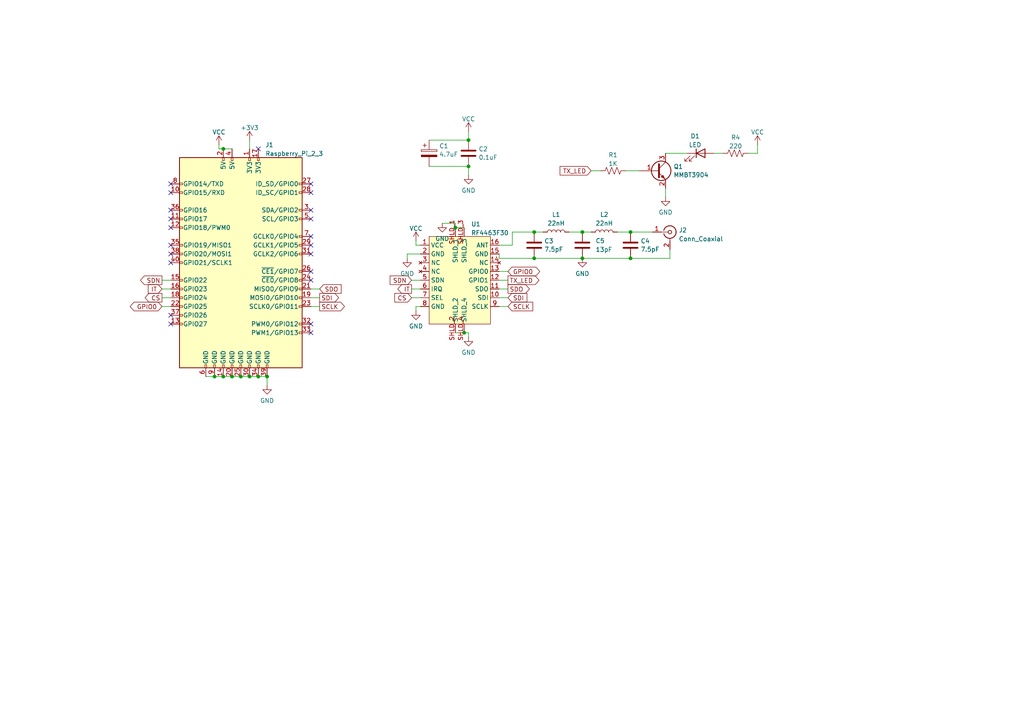
<source format=kicad_sch>
(kicad_sch (version 20230121) (generator eeschema)
  (paper "A4")
  (title_block (date "2023-12-18") (comment 1 "LPF added by HB9EGM"))
  (lib_symbols
    (symbol "Connector:Conn_Coaxial" (pin_names (offset 1.016) hide)
      (property "Reference" "J" (at 0.254 3.048 0))
      (property "Value" "Conn_Coaxial" (at 2.921 0 90))
      (symbol "Conn_Coaxial_0_1"
        (arc (start -1.778 -0.508) (mid 0.2311 -1.8066) (end 1.778 0) (stroke (width 0.254)))
        (polyline (pts (xy -2.54 0) (xy -0.508 0)))
        (polyline (pts (xy 0 -2.54) (xy 0 -1.778)))
        (circle (center 0 0) (radius 0.508) (stroke (width 0.2032)))
        (arc (start 1.778 0) (mid 0.2099 1.8101) (end -1.778 0.508) (stroke (width 0.254)))
      )
      (symbol "Conn_Coaxial_1_1"
        (pin passive line (at -5.08 0 0) (length 2.54) (name "In") (number "1"))
        (pin passive line (at 0 -5.08 90) (length 2.54) (name "Ext") (number "2"))
      )
    )
    (symbol "Connector:Raspberry_Pi_2_3" (pin_names (offset 1.016))
      (property "Reference" "J" (at -17.78 31.75 0))
      (property "Value" "Raspberry_Pi_2_3" (at 10.16 -31.75 0))
      (symbol "Raspberry_Pi_2_3_0_1"
        (rectangle (start -17.78 30.48) (end 17.78 -30.48) (stroke (width 0.254)) (fill (type background)))
      )
      (symbol "Raspberry_Pi_2_3_1_1"
        (rectangle (start -16.891 -17.526) (end -17.78 -18.034))
        (rectangle (start -16.891 -14.986) (end -17.78 -15.494))
        (rectangle (start -16.891 -12.446) (end -17.78 -12.954))
        (rectangle (start -16.891 -9.906) (end -17.78 -10.414))
        (rectangle (start -16.891 -7.366) (end -17.78 -7.874))
        (rectangle (start -16.891 -4.826) (end -17.78 -5.334))
        (rectangle (start -16.891 0.254) (end -17.78 -0.254))
        (rectangle (start -16.891 2.794) (end -17.78 2.286))
        (rectangle (start -16.891 5.334) (end -17.78 4.826))
        (rectangle (start -16.891 10.414) (end -17.78 9.906))
        (rectangle (start -16.891 12.954) (end -17.78 12.446))
        (rectangle (start -16.891 15.494) (end -17.78 14.986))
        (rectangle (start -16.891 20.574) (end -17.78 20.066))
        (rectangle (start -16.891 23.114) (end -17.78 22.606))
        (rectangle (start -10.414 -29.591) (end -9.906 -30.48))
        (rectangle (start -7.874 -29.591) (end -7.366 -30.48))
        (rectangle (start -5.334 -29.591) (end -4.826 -30.48))
        (rectangle (start -5.334 30.48) (end -4.826 29.591))
        (rectangle (start -2.794 -29.591) (end -2.286 -30.48))
        (rectangle (start -2.794 30.48) (end -2.286 29.591))
        (rectangle (start -0.254 -29.591) (end 0.254 -30.48))
        (rectangle (start 2.286 -29.591) (end 2.794 -30.48))
        (rectangle (start 2.286 30.48) (end 2.794 29.591))
        (rectangle (start 4.826 -29.591) (end 5.334 -30.48))
        (rectangle (start 4.826 30.48) (end 5.334 29.591))
        (rectangle (start 7.366 -29.591) (end 7.874 -30.48))
        (rectangle (start 17.78 -20.066) (end 16.891 -20.574))
        (rectangle (start 17.78 -17.526) (end 16.891 -18.034))
        (rectangle (start 17.78 -12.446) (end 16.891 -12.954))
        (rectangle (start 17.78 -9.906) (end 16.891 -10.414))
        (rectangle (start 17.78 -7.366) (end 16.891 -7.874))
        (rectangle (start 17.78 -4.826) (end 16.891 -5.334))
        (rectangle (start 17.78 -2.286) (end 16.891 -2.794))
        (rectangle (start 17.78 2.794) (end 16.891 2.286))
        (rectangle (start 17.78 5.334) (end 16.891 4.826))
        (rectangle (start 17.78 7.874) (end 16.891 7.366))
        (rectangle (start 17.78 12.954) (end 16.891 12.446))
        (rectangle (start 17.78 15.494) (end 16.891 14.986))
        (rectangle (start 17.78 20.574) (end 16.891 20.066))
        (rectangle (start 17.78 23.114) (end 16.891 22.606))
        (pin power_in line (at 2.54 33.02 270) (length 2.54) (name "3V3") (number "1"))
        (pin bidirectional line (at -20.32 20.32 0) (length 2.54) (name "GPIO15/RXD") (number "10"))
        (pin bidirectional line (at -20.32 12.7 0) (length 2.54) (name "GPIO17") (number "11"))
        (pin bidirectional line (at -20.32 10.16 0) (length 2.54) (name "GPIO18/PWM0") (number "12"))
        (pin bidirectional line (at -20.32 -17.78 0) (length 2.54) (name "GPIO27") (number "13"))
        (pin power_in line (at -5.08 -33.02 90) (length 2.54) (name "GND") (number "14"))
        (pin bidirectional line (at -20.32 -5.08 0) (length 2.54) (name "GPIO22") (number "15"))
        (pin bidirectional line (at -20.32 -7.62 0) (length 2.54) (name "GPIO23") (number "16"))
        (pin power_in line (at 5.08 33.02 270) (length 2.54) (name "3V3") (number "17"))
        (pin bidirectional line (at -20.32 -10.16 0) (length 2.54) (name "GPIO24") (number "18"))
        (pin bidirectional line (at 20.32 -10.16 180) (length 2.54) (name "MOSI0/GPIO10") (number "19"))
        (pin power_in line (at -5.08 33.02 270) (length 2.54) (name "5V") (number "2"))
        (pin power_in line (at -2.54 -33.02 90) (length 2.54) (name "GND") (number "20"))
        (pin bidirectional line (at 20.32 -7.62 180) (length 2.54) (name "MISO0/GPIO9") (number "21"))
        (pin bidirectional line (at -20.32 -12.7 0) (length 2.54) (name "GPIO25") (number "22"))
        (pin bidirectional line (at 20.32 -12.7 180) (length 2.54) (name "SCLK0/GPIO11") (number "23"))
        (pin bidirectional line (at 20.32 -5.08 180) (length 2.54) (name "~{CE0}/GPIO8") (number "24"))
        (pin power_in line (at 0 -33.02 90) (length 2.54) (name "GND") (number "25"))
        (pin bidirectional line (at 20.32 -2.54 180) (length 2.54) (name "~{CE1}/GPIO7") (number "26"))
        (pin bidirectional line (at 20.32 22.86 180) (length 2.54) (name "ID_SD/GPIO0") (number "27"))
        (pin bidirectional line (at 20.32 20.32 180) (length 2.54) (name "ID_SC/GPIO1") (number "28"))
        (pin bidirectional line (at 20.32 5.08 180) (length 2.54) (name "GCLK1/GPIO5") (number "29"))
        (pin bidirectional line (at 20.32 15.24 180) (length 2.54) (name "SDA/GPIO2") (number "3"))
        (pin power_in line (at 2.54 -33.02 90) (length 2.54) (name "GND") (number "30"))
        (pin bidirectional line (at 20.32 2.54 180) (length 2.54) (name "GCLK2/GPIO6") (number "31"))
        (pin bidirectional line (at 20.32 -17.78 180) (length 2.54) (name "PWM0/GPIO12") (number "32"))
        (pin bidirectional line (at 20.32 -20.32 180) (length 2.54) (name "PWM1/GPIO13") (number "33"))
        (pin power_in line (at 5.08 -33.02 90) (length 2.54) (name "GND") (number "34"))
        (pin bidirectional line (at -20.32 5.08 0) (length 2.54) (name "GPIO19/MISO1") (number "35"))
        (pin bidirectional line (at -20.32 15.24 0) (length 2.54) (name "GPIO16") (number "36"))
        (pin bidirectional line (at -20.32 -15.24 0) (length 2.54) (name "GPIO26") (number "37"))
        (pin bidirectional line (at -20.32 2.54 0) (length 2.54) (name "GPIO20/MOSI1") (number "38"))
        (pin power_in line (at 7.62 -33.02 90) (length 2.54) (name "GND") (number "39"))
        (pin power_in line (at -2.54 33.02 270) (length 2.54) (name "5V") (number "4"))
        (pin bidirectional line (at -20.32 0 0) (length 2.54) (name "GPIO21/SCLK1") (number "40"))
        (pin bidirectional line (at 20.32 12.7 180) (length 2.54) (name "SCL/GPIO3") (number "5"))
        (pin power_in line (at -10.16 -33.02 90) (length 2.54) (name "GND") (number "6"))
        (pin bidirectional line (at 20.32 7.62 180) (length 2.54) (name "GCLK0/GPIO4") (number "7"))
        (pin bidirectional line (at -20.32 22.86 0) (length 2.54) (name "GPIO14/TXD") (number "8"))
        (pin power_in line (at -7.62 -33.02 90) (length 2.54) (name "GND") (number "9"))
      )
    )
    (symbol "Device:C" (pin_numbers hide) (pin_names (offset 0.254))
      (property "Reference" "C" (at 0.635 2.54 0))
      (property "Value" "C" (at 0.635 -2.54 0))
      (symbol "C_0_1"
        (polyline (pts (xy -2.032 -0.762) (xy 2.032 -0.762)) (stroke (width 0.508)))
        (polyline (pts (xy -2.032 0.762) (xy 2.032 0.762)) (stroke (width 0.508)))
      )
      (symbol "C_1_1"
        (pin passive line (at 0 3.81 270) (length 2.794) (name "~") (number "1"))
        (pin passive line (at 0 -3.81 90) (length 2.794) (name "~") (number "2"))
      )
    )
    (symbol "Device:C_Polarized" (pin_numbers hide) (pin_names (offset 0.254))
      (property "Reference" "C" (at 0.635 2.54 0))
      (property "Value" "C_Polarized" (at 0.635 -2.54 0))
      (symbol "C_Polarized_0_1"
        (rectangle (start -2.286 0.508) (end 2.286 1.016))
        (polyline (pts (xy -1.778 2.286) (xy -0.762 2.286)))
        (polyline (pts (xy -1.27 2.794) (xy -1.27 1.778)))
        (rectangle (start 2.286 -0.508) (end -2.286 -1.016) (fill (type outline)))
      )
      (symbol "C_Polarized_1_1"
        (pin passive line (at 0 3.81 270) (length 2.794) (name "~") (number "1"))
        (pin passive line (at 0 -3.81 90) (length 2.794) (name "~") (number "2"))
      )
    )
    (symbol "Device:L" (pin_numbers hide) (pin_names (offset 1.016) hide)
      (property "Reference" "L" (at -1.27 0 90))
      (property "Value" "L" (at 1.905 0 90))
      (symbol "L_0_1"
        (arc (start 0 -2.54) (mid 0.6323 -1.905) (end 0 -1.27))
        (arc (start 0 -1.27) (mid 0.6323 -0.635) (end 0 0))
        (arc (start 0 0) (mid 0.6323 0.635) (end 0 1.27))
        (arc (start 0 1.27) (mid 0.6323 1.905) (end 0 2.54))
      )
      (symbol "L_1_1"
        (pin passive line (at 0 3.81 270) (length 1.27) (name "1") (number "1"))
        (pin passive line (at 0 -3.81 90) (length 1.27) (name "2") (number "2"))
      )
    )
    (symbol "Device:LED" (pin_numbers hide) (pin_names (offset 1.016) hide)
      (property "Reference" "D" (at 0 2.54 0))
      (property "Value" "LED" (at 0 -2.54 0))
      (symbol "LED_0_1"
        (polyline (pts (xy -1.27 -1.27) (xy -1.27 1.27)) (stroke (width 0.254)))
        (polyline (pts (xy -1.27 0) (xy 1.27 0)))
        (polyline (pts (xy 1.27 -1.27) (xy 1.27 1.27) (xy -1.27 0) (xy 1.27 -1.27)) (stroke (width 0.254)))
        (polyline (pts (xy -3.048 -0.762) (xy -4.572 -2.286) (xy -3.81 -2.286) (xy -4.572 -2.286) (xy -4.572 -1.524)))
        (polyline (pts (xy -1.778 -0.762) (xy -3.302 -2.286) (xy -2.54 -2.286) (xy -3.302 -2.286) (xy -3.302 -1.524)))
      )
      (symbol "LED_1_1"
        (pin passive line (at -3.81 0 0) (length 2.54) (name "K") (number "1"))
        (pin passive line (at 3.81 0 180) (length 2.54) (name "A") (number "2"))
      )
    )
    (symbol "Device:R_US" (pin_numbers hide) (pin_names (offset 0))
      (property "Reference" "R" (at 2.54 0 90))
      (property "Value" "R_US" (at -2.54 0 90))
      (symbol "R_US_0_1"
        (polyline (pts (xy 0 -2.286) (xy 0 -2.54)))
        (polyline (pts (xy 0 2.286) (xy 0 2.54)))
        (polyline (pts (xy 0 -0.762) (xy 1.016 -1.143) (xy 0 -1.524) (xy -1.016 -1.905) (xy 0 -2.286)))
        (polyline (pts (xy 0 0.762) (xy 1.016 0.381) (xy 0 0) (xy -1.016 -0.381) (xy 0 -0.762)))
        (polyline (pts (xy 0 2.286) (xy 1.016 1.905) (xy 0 1.524) (xy -1.016 1.143) (xy 0 0.762)))
      )
      (symbol "R_US_1_1"
        (pin passive line (at 0 3.81 270) (length 1.27) (name "~") (number "1"))
        (pin passive line (at 0 -3.81 90) (length 1.27) (name "~") (number "2"))
      )
    )
    (symbol "Transistor_BJT:MMBT3904" (pin_names (offset 0) hide)
      (property "Reference" "Q" (at 5.08 1.905 0))
      (property "Value" "MMBT3904" (at 5.08 0 0))
      (symbol "MMBT3904_0_1"
        (polyline (pts (xy 0.635 0.635) (xy 2.54 2.54)))
        (polyline (pts (xy 0.635 -0.635) (xy 2.54 -2.54) (xy 2.54 -2.54)))
        (polyline (pts (xy 0.635 1.905) (xy 0.635 -1.905) (xy 0.635 -1.905)) (stroke (width 0.508)))
        (polyline (pts (xy 1.27 -1.778) (xy 1.778 -1.27) (xy 2.286 -2.286) (xy 1.27 -1.778) (xy 1.27 -1.778)) (fill (type outline)))
        (circle (center 1.27 0) (radius 2.8194) (stroke (width 0.254)))
      )
      (symbol "MMBT3904_1_1"
        (pin input line (at -5.08 0 0) (length 5.715) (name "B") (number "1"))
        (pin passive line (at 2.54 -5.08 90) (length 2.54) (name "E") (number "2"))
        (pin passive line (at 2.54 5.08 270) (length 2.54) (name "C") (number "3"))
      )
    )
    (symbol "power:+3V3" (power) (pin_names (offset 0))
      (property "Value" "+3V3" (at 0 3.556 0))
      (symbol "+3V3_0_1"
        (polyline (pts (xy -0.762 1.27) (xy 0 2.54)))
        (polyline (pts (xy 0 0) (xy 0 2.54)))
        (polyline (pts (xy 0 2.54) (xy 0.762 1.27)))
      )
      (symbol "+3V3_1_1"
        (pin power_in line (at 0 0 90) (length 0) hide (name "+3V3") (number "1"))
      )
    )
    (symbol "power:GND" (power) (pin_names (offset 0))
      (property "Value" "GND" (at 0 -3.81 0))
      (symbol "GND_0_1"
        (polyline (pts (xy 0 0) (xy 0 -1.27) (xy 1.27 -1.27) (xy 0 -2.54) (xy -1.27 -1.27) (xy 0 -1.27)))
      )
      (symbol "GND_1_1"
        (pin power_in line (at 0 0 270) (length 0) hide (name "GND") (number "1"))
      )
    )
    (symbol "power:VCC" (power) (pin_names (offset 0))
      (property "Value" "VCC" (at 0 3.81 0))
      (symbol "VCC_0_1"
        (polyline (pts (xy -0.762 1.27) (xy 0 2.54)))
        (polyline (pts (xy 0 0) (xy 0 2.54)))
        (polyline (pts (xy 0 2.54) (xy 0.762 1.27)))
      )
      (symbol "VCC_1_1"
        (pin power_in line (at 0 0 90) (length 0) hide (name "VCC") (number "1"))
      )
    )
    (symbol "scd31:RF4463F30"
      (property "Reference" "U" (at -6.35 16.51 0))
      (property "Value" "RF4463F30" (at 10.16 16.51 0))
      (symbol "RF4463F30_0_1"
        (rectangle (start -7.62 15.24) (end 10.16 -10.16) (fill (type background)))
      )
      (symbol "RF4463F30_1_1"
        (pin power_in line (at -10.16 12.7 0) (length 2.54) (name "VCC") (number "1"))
        (pin input line (at 12.7 -2.54 180) (length 2.54) (name "SDI") (number "10"))
        (pin output line (at 12.7 0 180) (length 2.54) (name "SDO") (number "11"))
        (pin bidirectional line (at 12.7 2.54 180) (length 2.54) (name "GPIO1") (number "12"))
        (pin bidirectional line (at 12.7 5.08 180) (length 2.54) (name "GPIO0") (number "13"))
        (pin no_connect line (at 12.7 7.62 180) (length 2.54) (name "NC") (number "14"))
        (pin power_in line (at 12.7 10.16 180) (length 2.54) (name "GND") (number "15"))
        (pin output line (at 12.7 12.7 180) (length 2.54) (name "ANT") (number "16"))
        (pin power_in line (at -10.16 10.16 0) (length 2.54) (name "GND") (number "2"))
        (pin no_connect line (at -10.16 7.62 0) (length 2.54) (name "NC") (number "3"))
        (pin no_connect line (at -10.16 5.08 0) (length 2.54) (name "NC") (number "4"))
        (pin input line (at -10.16 2.54 0) (length 2.54) (name "SDN") (number "5"))
        (pin output line (at -10.16 0 0) (length 2.54) (name "IRQ") (number "6"))
        (pin input line (at -10.16 -2.54 0) (length 2.54) (name "SEL") (number "7"))
        (pin power_in line (at -10.16 -5.08 0) (length 2.54) (name "GND") (number "8"))
        (pin input line (at 12.7 -5.08 180) (length 2.54) (name "SCLK") (number "9"))
        (pin power_in line (at 0 17.78 270) (length 2.54) (name "SHLD_1") (number "SHLD_1"))
        (pin power_in line (at 0 -12.7 90) (length 2.54) (name "SHLD_2") (number "SHLD_2"))
        (pin power_in line (at 2.54 17.78 270) (length 2.54) (name "SHLD_3") (number "SHLD_3"))
        (pin power_in line (at 2.54 -12.7 90) (length 2.54) (name "SHLD_4") (number "SHLD_4"))
      )
    )
  )
  (junction (at 168.91 67.31))
  (junction (at 182.88 67.31))
  (junction (at 182.88 74.93))
  (junction (at 69.85 109.22))
  (junction (at 135.89 48.26))
  (junction (at 74.93 109.22))
  (junction (at 134.62 96.52))
  (junction (at 67.31 109.22))
  (junction (at 132.08 66.04))
  (junction (at 168.91 74.93))
  (junction (at 154.94 67.31))
  (junction (at 154.94 74.93))
  (junction (at 72.39 109.22))
  (junction (at 64.77 109.22))
  (junction (at 62.23 109.22))
  (junction (at 64.77 43.18))
  (junction (at 135.89 40.64))
  (junction (at 77.47 109.22))
  (no_connect (at 49.53 71.12))
  (no_connect (at 90.17 96.52))
  (no_connect (at 90.17 60.96))
  (no_connect (at 90.17 53.34))
  (no_connect (at 49.53 91.44))
  (no_connect (at 90.17 78.74))
  (no_connect (at 49.53 76.2))
  (no_connect (at 90.17 81.28))
  (no_connect (at 90.17 93.98))
  (no_connect (at 49.53 55.88))
  (no_connect (at 90.17 73.66))
  (no_connect (at 90.17 71.12))
  (no_connect (at 49.53 53.34))
  (no_connect (at 49.53 60.96))
  (no_connect (at 49.53 63.5))
  (no_connect (at 90.17 68.58))
  (no_connect (at 49.53 66.04))
  (no_connect (at 49.53 73.66))
  (no_connect (at 49.53 93.98))
  (no_connect (at 90.17 63.5))
  (no_connect (at 74.93 43.18))
  (no_connect (at 90.17 55.88))
  (wire (pts (xy 59.69 109.22) (xy 62.23 109.22)))
  (wire (pts (xy 46.99 81.28) (xy 49.53 81.28)))
  (wire (pts (xy 90.17 86.36) (xy 92.71 86.36)))
  (wire (pts (xy 77.47 109.22) (xy 77.47 111.76)))
  (wire (pts (xy 207.01 44.45) (xy 209.55 44.45)))
  (wire (pts (xy 118.11 73.66) (xy 118.11 74.93)))
  (wire (pts (xy 132.08 96.52) (xy 134.62 96.52)))
  (wire (pts (xy 194.31 74.93) (xy 194.31 72.39)))
  (wire (pts (xy 168.91 74.93) (xy 182.88 74.93)))
  (wire (pts (xy 144.78 71.12) (xy 148.59 71.12)))
  (wire (pts (xy 124.46 40.64) (xy 135.89 40.64)))
  (wire (pts (xy 64.77 43.18) (xy 63.5 43.18)))
  (wire (pts (xy 119.38 86.36) (xy 121.92 86.36)))
  (wire (pts (xy 132.08 66.04) (xy 134.62 66.04)))
  (wire (pts (xy 124.46 48.26) (xy 135.89 48.26)))
  (wire (pts (xy 64.77 109.22) (xy 67.31 109.22)))
  (wire (pts (xy 182.88 67.31) (xy 189.23 67.31)))
  (wire (pts (xy 193.04 54.61) (xy 193.04 57.15)))
  (wire (pts (xy 217.17 44.45) (xy 219.71 44.45)))
  (wire (pts (xy 120.65 71.12) (xy 120.65 69.85)))
  (wire (pts (xy 144.78 74.93) (xy 144.78 73.66)))
  (wire (pts (xy 144.78 88.9) (xy 147.32 88.9)))
  (wire (pts (xy 46.99 86.36) (xy 49.53 86.36)))
  (wire (pts (xy 171.45 49.53) (xy 173.99 49.53)))
  (wire (pts (xy 168.91 67.31) (xy 171.45 67.31)))
  (wire (pts (xy 69.85 109.22) (xy 72.39 109.22)))
  (wire (pts (xy 120.65 88.9) (xy 120.65 90.17)))
  (wire (pts (xy 62.23 109.22) (xy 64.77 109.22)))
  (wire (pts (xy 144.78 78.74) (xy 147.32 78.74)))
  (wire (pts (xy 144.78 74.93) (xy 154.94 74.93)))
  (wire (pts (xy 144.78 86.36) (xy 147.32 86.36)))
  (wire (pts (xy 135.89 96.52) (xy 135.89 97.79)))
  (wire (pts (xy 46.99 88.9) (xy 49.53 88.9)))
  (wire (pts (xy 165.1 67.31) (xy 168.91 67.31)))
  (wire (pts (xy 90.17 88.9) (xy 92.71 88.9)))
  (wire (pts (xy 134.62 96.52) (xy 135.89 96.52)))
  (wire (pts (xy 119.38 81.28) (xy 121.92 81.28)))
  (wire (pts (xy 154.94 74.93) (xy 168.91 74.93)))
  (wire (pts (xy 132.08 64.77) (xy 128.27 64.77)))
  (wire (pts (xy 67.31 109.22) (xy 69.85 109.22)))
  (wire (pts (xy 144.78 81.28) (xy 147.32 81.28)))
  (wire (pts (xy 63.5 41.91) (xy 63.5 43.18)))
  (wire (pts (xy 90.17 83.82) (xy 92.71 83.82)))
  (wire (pts (xy 121.92 88.9) (xy 120.65 88.9)))
  (wire (pts (xy 121.92 71.12) (xy 120.65 71.12)))
  (wire (pts (xy 148.59 71.12) (xy 148.59 67.31)))
  (wire (pts (xy 148.59 67.31) (xy 154.94 67.31)))
  (wire (pts (xy 119.38 83.82) (xy 121.92 83.82)))
  (wire (pts (xy 135.89 38.1) (xy 135.89 40.64)))
  (wire (pts (xy 74.93 109.22) (xy 77.47 109.22)))
  (wire (pts (xy 219.71 41.91) (xy 219.71 44.45)))
  (wire (pts (xy 67.31 43.18) (xy 64.77 43.18)))
  (wire (pts (xy 144.78 83.82) (xy 147.32 83.82)))
  (wire (pts (xy 135.89 48.26) (xy 135.89 50.8)))
  (wire (pts (xy 72.39 109.22) (xy 74.93 109.22)))
  (wire (pts (xy 46.99 83.82) (xy 49.53 83.82)))
  (wire (pts (xy 121.92 73.66) (xy 118.11 73.66)))
  (wire (pts (xy 72.39 43.18) (xy 72.39 40.64)))
  (wire (pts (xy 182.88 74.93) (xy 194.31 74.93)))
  (wire (pts (xy 132.08 66.04) (xy 132.08 64.77)))
  (wire (pts (xy 179.07 67.31) (xy 182.88 67.31)))
  (wire (pts (xy 193.04 44.45) (xy 199.39 44.45)))
  (wire (pts (xy 181.61 49.53) (xy 185.42 49.53)))
  (wire (pts (xy 154.94 67.31) (xy 157.48 67.31)))
  (global_label "SDO" (shape output) (at 147.32 83.82 0) (property "Intersheetrefs" "${INTERSHEET_REFS}" (effects hide)))
  (global_label "CS" (shape input) (at 119.38 86.36 180) (property "Intersheetrefs" "${INTERSHEET_REFS}" (effects hide)))
  (global_label "SDO" (shape input) (at 92.71 83.82 0) (property "Intersheetrefs" "${INTERSHEET_REFS}" (effects hide)))
  (global_label "GPIO0" (shape bidirectional) (at 147.32 78.74 0) (property "Intersheetrefs" "${INTERSHEET_REFS}" (effects hide)))
  (global_label "TX_LED" (shape input) (at 171.45 49.53 180) (property "Intersheetrefs" "${INTERSHEET_REFS}" (effects hide)))
  (global_label "SDN" (shape input) (at 119.38 81.28 180) (property "Intersheetrefs" "${INTERSHEET_REFS}" (effects hide)))
  (global_label "IT" (shape output) (at 119.38 83.82 180) (property "Intersheetrefs" "${INTERSHEET_REFS}" (effects hide)))
  (global_label "SDN" (shape output) (at 46.99 81.28 180) (property "Intersheetrefs" "${INTERSHEET_REFS}" (effects hide)))
  (global_label "IT" (shape input) (at 46.99 83.82 180) (property "Intersheetrefs" "${INTERSHEET_REFS}" (effects hide)))
  (global_label "SDI" (shape output) (at 92.71 86.36 0) (property "Intersheetrefs" "${INTERSHEET_REFS}" (effects hide)))
  (global_label "SDI" (shape input) (at 147.32 86.36 0) (property "Intersheetrefs" "${INTERSHEET_REFS}" (effects hide)))
  (global_label "SCLK" (shape input) (at 147.32 88.9 0) (property "Intersheetrefs" "${INTERSHEET_REFS}" (effects hide)))
  (global_label "GPIO0" (shape bidirectional) (at 46.99 88.9 180) (property "Intersheetrefs" "${INTERSHEET_REFS}" (effects hide)))
  (global_label "TX_LED" (shape output) (at 147.32 81.28 0) (property "Intersheetrefs" "${INTERSHEET_REFS}" (effects hide)))
  (global_label "CS" (shape output) (at 46.99 86.36 180) (property "Intersheetrefs" "${INTERSHEET_REFS}" (effects hide)))
  (global_label "SCLK" (shape output) (at 92.71 88.9 0) (property "Intersheetrefs" "${INTERSHEET_REFS}" (effects hide)))
  (symbol (lib_id "Device:R_US") (at 213.36 44.45 90) (unit 1)
    (property "Reference" "R4" (at 213.36 39.8612 90))
    (property "Value" "220" (at 213.36 42.3981 90))
    (property "Footprint" "Resistor_SMD:R_0603_1608Metric" (effects hide))
  )
  (symbol (lib_id "Connector:Raspberry_Pi_2_3") (at 69.85 76.2 0) (unit 1)
    (property "Reference" "J1" (at 76.9494 42.0202 0) (effects (justify left)))
    (property "Value" "Raspberry_Pi_2_3" (at 76.9494 44.5571 0) (effects (justify left)))
    (property "Footprint" "Module:Raspberry_Pi_Zero_Socketed_THT_FaceDown_MountingHoles" (effects hide))
    (property "Datasheet" "https://www.raspberrypi.org/documentation/hardware/raspberrypi/schematics/rpi_SCH_3bplus_1p0_reduced.pdf" (effects hide))
  )
  (symbol (lib_id "power:GND") (at 193.04 57.15 0) (unit 1)
    (property "Reference" "#PWR0101" (effects hide))
    (property "Value" "GND" (at 193.04 61.5934 0))
  )
  (symbol (lib_id "Device:C") (at 168.91 71.12 0) (unit 1)
    (property "Reference" "C5" (at 172.72 69.85 0) (effects (justify left)))
    (property "Value" "13pF" (at 172.72 72.39 0) (effects (justify left)))
    (property "Footprint" "Capacitor_SMD:C_0603_1608Metric" (effects hide))
  )
  (symbol (lib_id "power:VCC") (at 63.5 41.91 0) (unit 1)
    (property "Reference" "#PWR0105" (effects hide))
    (property "Value" "VCC" (at 63.5 38.3342 0))
  )
  (symbol (lib_id "power:VCC") (at 219.71 41.91 0) (unit 1)
    (property "Reference" "#PWR0102" (effects hide))
    (property "Value" "VCC" (at 219.71 38.3342 0))
  )
  (symbol (lib_id "scd31:RF4463F30") (at 132.08 83.82 0) (unit 1)
    (property "Reference" "U1" (at 136.6394 65.0072 0) (effects (justify left)))
    (property "Value" "RF4463F30" (at 136.6394 67.5441 0) (effects (justify left)))
    (property "Footprint" "npr70:RF4463F30" (effects hide))
  )
  (symbol (lib_id "Device:C") (at 182.88 71.12 0) (unit 1)
    (property "Reference" "C4" (at 185.801 69.9079 0) (effects (justify left)))
    (property "Value" "7.5pF" (at 185.801 72.3321 0) (effects (justify left)))
    (property "Footprint" "Capacitor_SMD:C_0603_1608Metric" (effects hide))
  )
  (symbol (lib_id "Device:C") (at 154.94 71.12 0) (unit 1)
    (property "Reference" "C3" (at 157.861 69.9079 0) (effects (justify left)))
    (property "Value" "7.5pF" (at 157.861 72.3321 0) (effects (justify left)))
    (property "Footprint" "Capacitor_SMD:C_0603_1608Metric" (effects hide))
  )
  (symbol (lib_id "power:GND") (at 168.91 74.93 0) (unit 1)
    (property "Reference" "#PWR01" (effects hide))
    (property "Value" "GND" (at 168.91 79.3734 0))
  )
  (symbol (lib_id "Device:LED") (at 203.2 44.45 0) (unit 1)
    (property "Reference" "D1" (at 201.6125 39.4802 0))
    (property "Value" "LED" (at 201.6125 42.0171 0))
    (property "Footprint" "LED_SMD:LED_0603_1608Metric" (effects hide))
  )
  (symbol (lib_id "power:GND") (at 118.11 74.93 0) (unit 1)
    (property "Reference" "#PWR0110" (effects hide))
    (property "Value" "GND" (at 118.11 79.3734 0))
  )
  (symbol (lib_id "power:GND") (at 120.65 90.17 0) (unit 1)
    (property "Reference" "#PWR0109" (effects hide))
    (property "Value" "GND" (at 120.65 94.6134 0))
  )
  (symbol (lib_id "power:GND") (at 135.89 97.79 0) (unit 1)
    (property "Reference" "#PWR0107" (effects hide))
    (property "Value" "GND" (at 135.89 102.2334 0))
  )
  (symbol (lib_id "power:GND") (at 128.27 64.77 0) (unit 1)
    (property "Reference" "#PWR0108" (effects hide))
    (property "Value" "GND" (at 128.27 69.2134 0))
  )
  (symbol (lib_id "power:+3V3") (at 72.39 40.64 0) (unit 1)
    (property "Reference" "#PWR0106" (effects hide))
    (property "Value" "+3V3" (at 72.39 37.0642 0))
  )
  (symbol (lib_id "Device:C_Polarized") (at 124.46 44.45 0) (unit 1)
    (property "Reference" "C1" (at 127.381 42.3489 0) (effects (justify left)))
    (property "Value" "4.7uF" (at 127.381 44.7731 0) (effects (justify left)))
    (property "Footprint" "Capacitor_SMD:C_0603_1608Metric" (effects hide))
  )
  (symbol (lib_id "Device:C") (at 135.89 44.45 0) (unit 1)
    (property "Reference" "C2" (at 138.811 43.2379 0) (effects (justify left)))
    (property "Value" "0.1uF" (at 138.811 45.6621 0) (effects (justify left)))
    (property "Footprint" "Capacitor_SMD:C_0603_1608Metric" (effects hide))
  )
  (symbol (lib_id "Device:L") (at 161.29 67.31 90) (unit 1)
    (property "Reference" "L1" (at 161.29 62.23 90))
    (property "Value" "22nH" (at 161.29 64.77 90))
    (property "Footprint" "Inductor_SMD:L_1008_2520Metric_Pad1.43x2.20mm_HandSolder" (effects hide))
    (property "MPN" "LQW2UAS22Nx0CL" (effects hide))
  )
  (symbol (lib_id "Transistor_BJT:MMBT3904") (at 190.5 49.53 0) (unit 1)
    (property "Reference" "Q1" (at 195.3514 48.3179 0) (effects (justify left)))
    (property "Value" "MMBT3904" (at 195.3514 50.7421 0) (effects (justify left)))
    (property "Footprint" "Package_TO_SOT_SMD:SOT-23" (effects hide))
    (property "Datasheet" "https://www.onsemi.com/pdf/datasheet/pzt3904-d.pdf" (effects hide))
  )
  (symbol (lib_id "power:VCC") (at 135.89 38.1 0) (unit 1)
    (property "Reference" "#PWR0113" (effects hide))
    (property "Value" "VCC" (at 135.89 34.5242 0))
  )
  (symbol (lib_id "Device:L") (at 175.26 67.31 90) (unit 1)
    (property "Reference" "L2" (at 175.26 62.23 90))
    (property "Value" "22nH" (at 175.26 64.77 90))
    (property "Footprint" "Inductor_SMD:L_1008_2520Metric_Pad1.43x2.20mm_HandSolder" (effects hide))
    (property "MPN" "LQW2UAS22Nx0CL" (effects hide))
  )
  (symbol (lib_id "Connector:Conn_Coaxial") (at 194.31 67.31 0) (unit 1)
    (property "Reference" "J2" (at 196.85 66.7685 0) (effects (justify left)))
    (property "Value" "Conn_Coaxial" (at 196.85 69.3054 0) (effects (justify left)))
    (property "Footprint" "Connector_Coaxial:SMA_Amphenol_132289_EdgeMount" (effects hide))
    (property "Datasheet" " ~" (effects hide))
  )
  (symbol (lib_id "power:VCC") (at 120.65 69.85 0) (unit 1)
    (property "Reference" "#PWR0111" (effects hide))
    (property "Value" "VCC" (at 120.65 66.2742 0))
  )
  (symbol (lib_id "power:GND") (at 135.89 50.8 0) (unit 1)
    (property "Reference" "#PWR0112" (effects hide))
    (property "Value" "GND" (at 135.89 55.2434 0))
  )
  (symbol (lib_id "power:GND") (at 77.47 111.76 0) (unit 1)
    (property "Reference" "#PWR0104" (effects hide))
    (property "Value" "GND" (at 77.47 116.2034 0))
  )
  (symbol (lib_id "Device:R_US") (at 177.8 49.53 90) (unit 1)
    (property "Reference" "R1" (at 177.8 44.9412 90))
    (property "Value" "1K" (at 177.8 47.4781 90))
    (property "Footprint" "Resistor_SMD:R_0603_1608Metric" (effects hide))
  )
)
</source>
